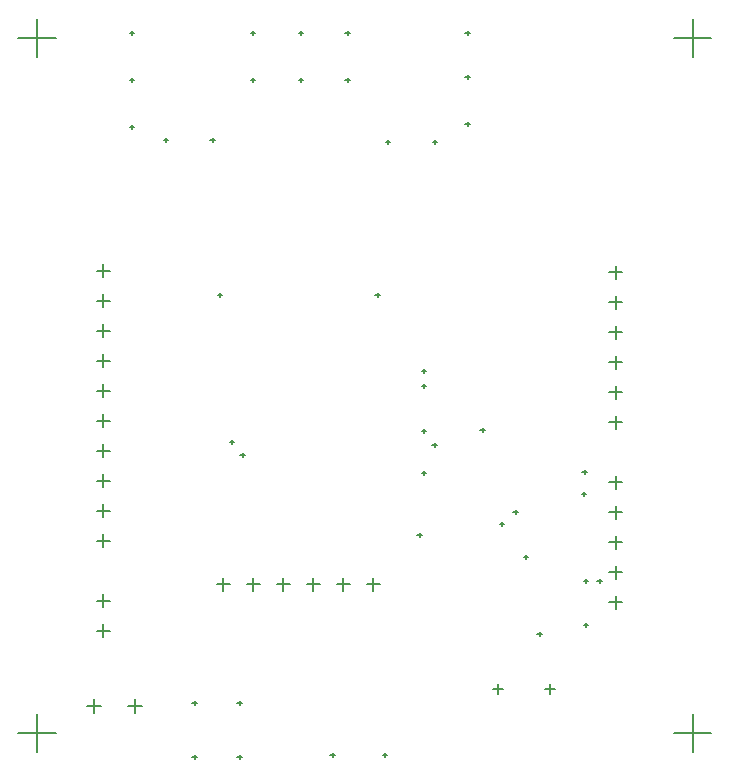
<source format=gbr>
%TF.GenerationSoftware,Altium Limited,Altium NEXUS,2.1.6 (59)*%
G04 Layer_Color=128*
%FSLAX45Y45*%
%MOMM*%
%TF.FileFunction,Drillmap*%
%TF.Part,Single*%
G01*
G75*
%TA.AperFunction,NonConductor*%
%ADD47C,0.12700*%
D47*
X6967500Y4470400D02*
X7002500D01*
X6985000Y4452900D02*
Y4487900D01*
X3919500Y8001000D02*
X3954500D01*
X3937000Y7983500D02*
Y8018500D01*
X6199100Y7988300D02*
X6234100D01*
X6216600Y7970800D02*
Y8005800D01*
X5799100Y7988300D02*
X5834100D01*
X5816600Y7970800D02*
Y8005800D01*
X4313200Y8001000D02*
X4348200D01*
X4330700Y7983500D02*
Y8018500D01*
X5456200Y8509000D02*
X5491200D01*
X5473700Y8491500D02*
Y8526500D01*
X5062500Y8509000D02*
X5097500D01*
X5080000Y8491500D02*
Y8526500D01*
X4656100Y8509000D02*
X4691100D01*
X4673600Y8491500D02*
Y8526500D01*
X5456200Y8909000D02*
X5491200D01*
X5473700Y8891500D02*
Y8926500D01*
X5062500Y8909000D02*
X5097500D01*
X5080000Y8891500D02*
Y8926500D01*
X4656100Y8909000D02*
X4691100D01*
X4673600Y8891500D02*
Y8926500D01*
X2684800Y8864600D02*
X3004800D01*
X2844800Y8704600D02*
Y9024600D01*
X8234700Y8864600D02*
X8554700D01*
X8394700Y8704600D02*
Y9024600D01*
X8234700Y2984500D02*
X8554700D01*
X8394700Y2824500D02*
Y3144500D01*
X2684800Y2984500D02*
X3004800D01*
X2844800Y2824500D02*
Y3144500D01*
X7143200Y3352800D02*
X7233200D01*
X7188200Y3307800D02*
Y3397800D01*
X6703200Y3352800D02*
X6793200D01*
X6748200Y3307800D02*
Y3397800D01*
X3348600Y4610100D02*
X3458600D01*
X3403600Y4555100D02*
Y4665100D01*
X3348600Y4864100D02*
X3458600D01*
X3403600Y4809100D02*
Y4919100D01*
X7688700Y5613400D02*
X7798700D01*
X7743700Y5558400D02*
Y5668400D01*
X7688700Y5867400D02*
X7798700D01*
X7743700Y5812400D02*
Y5922400D01*
X7688700Y6121400D02*
X7798700D01*
X7743700Y6066400D02*
Y6176400D01*
X7688700Y6375400D02*
X7798700D01*
X7743700Y6320400D02*
Y6430400D01*
X7688700Y6629400D02*
X7798700D01*
X7743700Y6574400D02*
Y6684400D01*
X7688700Y6883400D02*
X7798700D01*
X7743700Y6828400D02*
Y6938400D01*
X3348600Y4102100D02*
X3458600D01*
X3403600Y4047100D02*
Y4157100D01*
X3348600Y3848100D02*
X3458600D01*
X3403600Y3793100D02*
Y3903100D01*
X3348600Y6896100D02*
X3458600D01*
X3403600Y6841100D02*
Y6951100D01*
X3348600Y6642100D02*
X3458600D01*
X3403600Y6587100D02*
Y6697100D01*
X3348600Y6388100D02*
X3458600D01*
X3403600Y6333100D02*
Y6443100D01*
X3348600Y6134100D02*
X3458600D01*
X3403600Y6079100D02*
Y6189100D01*
X3348600Y5880100D02*
X3458600D01*
X3403600Y5825100D02*
Y5935100D01*
X3348600Y5626100D02*
X3458600D01*
X3403600Y5571100D02*
Y5681100D01*
X3348600Y5372100D02*
X3458600D01*
X3403600Y5317100D02*
Y5427100D01*
X3348600Y5118100D02*
X3458600D01*
X3403600Y5063100D02*
Y5173100D01*
X3267400Y3213100D02*
X3387400D01*
X3327400Y3153100D02*
Y3273100D01*
X3617400Y3213100D02*
X3737400D01*
X3677400Y3153100D02*
Y3273100D01*
X7688700Y4089400D02*
X7798700D01*
X7743700Y4034400D02*
Y4144400D01*
X7688700Y4343400D02*
X7798700D01*
X7743700Y4288400D02*
Y4398400D01*
X7688700Y4597400D02*
X7798700D01*
X7743700Y4542400D02*
Y4652400D01*
X7688700Y4851400D02*
X7798700D01*
X7743700Y4796400D02*
Y4906400D01*
X7688700Y5105400D02*
X7798700D01*
X7743700Y5050400D02*
Y5160400D01*
X5634600Y4241800D02*
X5744600D01*
X5689600Y4186800D02*
Y4296800D01*
X5380600Y4241800D02*
X5490600D01*
X5435600Y4186800D02*
Y4296800D01*
X5126600Y4241800D02*
X5236600D01*
X5181600Y4186800D02*
Y4296800D01*
X4872600Y4241800D02*
X4982600D01*
X4927600Y4186800D02*
Y4296800D01*
X4618600Y4241800D02*
X4728600D01*
X4673600Y4186800D02*
Y4296800D01*
X4364600Y4241800D02*
X4474600D01*
X4419600Y4186800D02*
Y4296800D01*
X3632200Y8109000D02*
X3667200D01*
X3649700Y8091500D02*
Y8126500D01*
X3632200Y8509000D02*
X3667200D01*
X3649700Y8491500D02*
Y8526500D01*
X3632200Y8909000D02*
X3667200D01*
X3649700Y8891500D02*
Y8926500D01*
X6472200Y8134400D02*
X6507200D01*
X6489700Y8116900D02*
Y8151900D01*
X6472200Y8534400D02*
X6507200D01*
X6489700Y8516900D02*
Y8551900D01*
X6472200Y8909000D02*
X6507200D01*
X6489700Y8891500D02*
Y8926500D01*
X5329200Y2794000D02*
X5364200D01*
X5346700Y2776500D02*
Y2811500D01*
X5773700Y2794000D02*
X5808700D01*
X5791200Y2776500D02*
Y2811500D01*
X7589800Y4267200D02*
X7624800D01*
X7607300Y4249700D02*
Y4284700D01*
X7475500Y3898900D02*
X7510500D01*
X7493000Y3881400D02*
Y3916400D01*
X7475500Y4267200D02*
X7510500D01*
X7493000Y4249700D02*
Y4284700D01*
X6599200Y5549900D02*
X6634200D01*
X6616700Y5532400D02*
Y5567400D01*
X6878600Y4851400D02*
X6913600D01*
X6896100Y4833900D02*
Y4868900D01*
X6103900Y5181600D02*
X6138900D01*
X6121400Y5164100D02*
Y5199100D01*
X6764300Y4749800D02*
X6799300D01*
X6781800Y4732300D02*
Y4767300D01*
X6065800Y4660900D02*
X6100800D01*
X6083300Y4643400D02*
Y4678400D01*
X7462800Y5194300D02*
X7497800D01*
X7480300Y5176800D02*
Y5211800D01*
X7460200Y5006400D02*
X7495200D01*
X7477700Y4988900D02*
Y5023900D01*
X7081800Y3822700D02*
X7116800D01*
X7099300Y3805200D02*
Y3840200D01*
X4541800Y2781300D02*
X4576800D01*
X4559300Y2763800D02*
Y2798800D01*
X4541800Y3238500D02*
X4576800D01*
X4559300Y3221000D02*
Y3256000D01*
X4160800Y2781300D02*
X4195800D01*
X4178300Y2763800D02*
Y2798800D01*
X4160800Y3238500D02*
X4195800D01*
X4178300Y3221000D02*
Y3256000D01*
X6192800Y5422900D02*
X6227800D01*
X6210300Y5405400D02*
Y5440400D01*
X5710200Y6692900D02*
X5745200D01*
X5727700Y6675400D02*
Y6710400D01*
X4376700Y6692900D02*
X4411700D01*
X4394200Y6675400D02*
Y6710400D01*
X4478300Y5448300D02*
X4513300D01*
X4495800Y5430800D02*
Y5465800D01*
X4567200Y5334000D02*
X4602200D01*
X4584700Y5316500D02*
Y5351500D01*
X6103900Y6045200D02*
X6138900D01*
X6121400Y6027700D02*
Y6062700D01*
X6103900Y5918200D02*
X6138900D01*
X6121400Y5900700D02*
Y5935700D01*
X6103900Y5537200D02*
X6138900D01*
X6121400Y5519700D02*
Y5554700D01*
%TF.MD5,4e0633230959edfb094d922d2ae69e47*%
M02*

</source>
